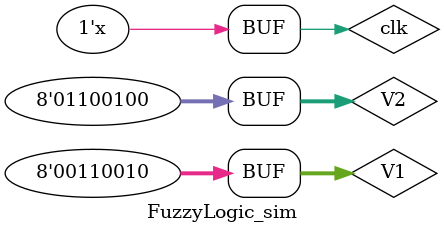
<source format=v>
`timescale 1ns / 1ps


module FuzzyLogic_sim;
//module fuzzyLogic(clk,V1,V2,PW);
reg clk;
reg [7:0] V1,V2;
wire [11:0] PW;

membership_Function uut(clk, V1, V2, PW);

initial begin
clk = 0;
V1 = 50;
V2 = 100;
end

always begin
#1 clk = ~clk;
end
endmodule

</source>
